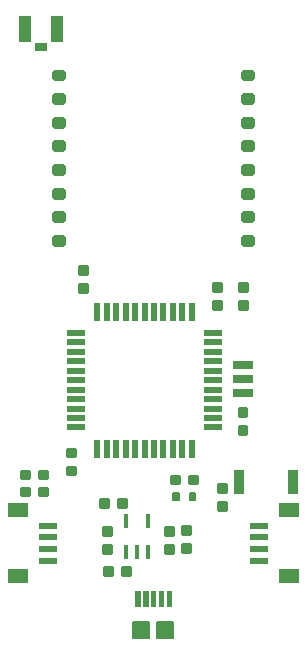
<source format=gbr>
G04 EAGLE Gerber RS-274X export*
G75*
%MOMM*%
%FSLAX34Y34*%
%LPD*%
%AMOC8*
5,1,8,0,0,1.08239X$1,22.5*%
G01*
%ADD10C,0.222250*%
%ADD11C,0.158750*%
%ADD12R,0.500000X1.500000*%
%ADD13R,1.500000X0.500000*%
%ADD14C,0.040638*%
%ADD15C,0.152400*%
%ADD16R,1.700000X0.700000*%
%ADD17C,0.500000*%
%ADD18R,0.400000X1.200000*%
%ADD19R,1.050000X2.200000*%
%ADD20R,1.000000X0.800000*%
%ADD21R,1.550000X0.600000*%
%ADD22R,1.800000X1.200000*%
%ADD23R,0.870000X2.000000*%


D10*
X94294Y61356D02*
X87626Y61356D01*
X87626Y68024D01*
X94294Y68024D01*
X94294Y61356D01*
X94294Y63468D02*
X87626Y63468D01*
X87626Y65580D02*
X94294Y65580D01*
X94294Y67692D02*
X87626Y67692D01*
X102866Y61356D02*
X109534Y61356D01*
X102866Y61356D02*
X102866Y68024D01*
X109534Y68024D01*
X109534Y61356D01*
X109534Y63468D02*
X102866Y63468D01*
X102866Y65580D02*
X109534Y65580D01*
X109534Y67692D02*
X102866Y67692D01*
X91062Y118608D02*
X84394Y118608D01*
X84394Y125276D01*
X91062Y125276D01*
X91062Y118608D01*
X91062Y120720D02*
X84394Y120720D01*
X84394Y122832D02*
X91062Y122832D01*
X91062Y124944D02*
X84394Y124944D01*
X99634Y118608D02*
X106302Y118608D01*
X99634Y118608D02*
X99634Y125276D01*
X106302Y125276D01*
X106302Y118608D01*
X106302Y120720D02*
X99634Y120720D01*
X99634Y122832D02*
X106302Y122832D01*
X106302Y124944D02*
X99634Y124944D01*
X62854Y146226D02*
X62854Y152894D01*
X62854Y146226D02*
X56186Y146226D01*
X56186Y152894D01*
X62854Y152894D01*
X62854Y148338D02*
X56186Y148338D01*
X56186Y150450D02*
X62854Y150450D01*
X62854Y152562D02*
X56186Y152562D01*
X62854Y161466D02*
X62854Y168134D01*
X62854Y161466D02*
X56186Y161466D01*
X56186Y168134D01*
X62854Y168134D01*
X62854Y163578D02*
X56186Y163578D01*
X56186Y165690D02*
X62854Y165690D01*
X62854Y167802D02*
X56186Y167802D01*
X66320Y316194D02*
X66320Y322862D01*
X72988Y322862D01*
X72988Y316194D01*
X66320Y316194D01*
X66320Y318306D02*
X72988Y318306D01*
X72988Y320418D02*
X66320Y320418D01*
X66320Y322530D02*
X72988Y322530D01*
X66320Y307622D02*
X66320Y300954D01*
X66320Y307622D02*
X72988Y307622D01*
X72988Y300954D01*
X66320Y300954D01*
X66320Y303066D02*
X72988Y303066D01*
X72988Y305178D02*
X66320Y305178D01*
X66320Y307290D02*
X72988Y307290D01*
D11*
X160052Y130714D02*
X164814Y130714D01*
X164814Y124302D01*
X160052Y124302D01*
X160052Y130714D01*
X160052Y125811D02*
X164814Y125811D01*
X164814Y127320D02*
X160052Y127320D01*
X160052Y128829D02*
X164814Y128829D01*
X164814Y130338D02*
X160052Y130338D01*
X150844Y130714D02*
X146082Y130714D01*
X150844Y130714D02*
X150844Y124302D01*
X146082Y124302D01*
X146082Y130714D01*
X146082Y125811D02*
X150844Y125811D01*
X150844Y127320D02*
X146082Y127320D01*
X146082Y128829D02*
X150844Y128829D01*
X150844Y130338D02*
X146082Y130338D01*
D12*
X81920Y168060D03*
X89920Y168060D03*
X97920Y168060D03*
X105920Y168060D03*
X113920Y168060D03*
X121920Y168060D03*
X129920Y168060D03*
X137920Y168060D03*
X145920Y168060D03*
X153920Y168060D03*
X161920Y168060D03*
D13*
X179920Y186060D03*
X179920Y194060D03*
X179920Y202060D03*
X179920Y210060D03*
X179920Y218060D03*
X179920Y226060D03*
X179920Y234060D03*
X179920Y242060D03*
X179920Y250060D03*
X179920Y258060D03*
X179920Y266060D03*
D12*
X161920Y284060D03*
X153920Y284060D03*
X145920Y284060D03*
X137920Y284060D03*
X129920Y284060D03*
X121920Y284060D03*
X113920Y284060D03*
X105920Y284060D03*
X97920Y284060D03*
X89920Y284060D03*
X81920Y284060D03*
D13*
X63920Y266060D03*
X63920Y258060D03*
X63920Y250060D03*
X63920Y242060D03*
X63920Y234060D03*
X63920Y226060D03*
X63920Y218060D03*
X63920Y210060D03*
X63920Y202060D03*
X63920Y194060D03*
X63920Y186060D03*
D14*
X114263Y34620D02*
X117921Y34620D01*
X114263Y34620D02*
X114263Y47676D01*
X117921Y47676D01*
X117921Y34620D01*
X117921Y35006D02*
X114263Y35006D01*
X114263Y35392D02*
X117921Y35392D01*
X117921Y35778D02*
X114263Y35778D01*
X114263Y36164D02*
X117921Y36164D01*
X117921Y36550D02*
X114263Y36550D01*
X114263Y36936D02*
X117921Y36936D01*
X117921Y37322D02*
X114263Y37322D01*
X114263Y37708D02*
X117921Y37708D01*
X117921Y38094D02*
X114263Y38094D01*
X114263Y38480D02*
X117921Y38480D01*
X117921Y38866D02*
X114263Y38866D01*
X114263Y39252D02*
X117921Y39252D01*
X117921Y39638D02*
X114263Y39638D01*
X114263Y40024D02*
X117921Y40024D01*
X117921Y40410D02*
X114263Y40410D01*
X114263Y40796D02*
X117921Y40796D01*
X117921Y41182D02*
X114263Y41182D01*
X114263Y41568D02*
X117921Y41568D01*
X117921Y41954D02*
X114263Y41954D01*
X114263Y42340D02*
X117921Y42340D01*
X117921Y42726D02*
X114263Y42726D01*
X114263Y43112D02*
X117921Y43112D01*
X117921Y43498D02*
X114263Y43498D01*
X114263Y43884D02*
X117921Y43884D01*
X117921Y44270D02*
X114263Y44270D01*
X114263Y44656D02*
X117921Y44656D01*
X117921Y45042D02*
X114263Y45042D01*
X114263Y45428D02*
X117921Y45428D01*
X117921Y45814D02*
X114263Y45814D01*
X114263Y46200D02*
X117921Y46200D01*
X117921Y46586D02*
X114263Y46586D01*
X114263Y46972D02*
X117921Y46972D01*
X117921Y47358D02*
X114263Y47358D01*
X120867Y34620D02*
X124525Y34620D01*
X120867Y34620D02*
X120867Y47676D01*
X124525Y47676D01*
X124525Y34620D01*
X124525Y35006D02*
X120867Y35006D01*
X120867Y35392D02*
X124525Y35392D01*
X124525Y35778D02*
X120867Y35778D01*
X120867Y36164D02*
X124525Y36164D01*
X124525Y36550D02*
X120867Y36550D01*
X120867Y36936D02*
X124525Y36936D01*
X124525Y37322D02*
X120867Y37322D01*
X120867Y37708D02*
X124525Y37708D01*
X124525Y38094D02*
X120867Y38094D01*
X120867Y38480D02*
X124525Y38480D01*
X124525Y38866D02*
X120867Y38866D01*
X120867Y39252D02*
X124525Y39252D01*
X124525Y39638D02*
X120867Y39638D01*
X120867Y40024D02*
X124525Y40024D01*
X124525Y40410D02*
X120867Y40410D01*
X120867Y40796D02*
X124525Y40796D01*
X124525Y41182D02*
X120867Y41182D01*
X120867Y41568D02*
X124525Y41568D01*
X124525Y41954D02*
X120867Y41954D01*
X120867Y42340D02*
X124525Y42340D01*
X124525Y42726D02*
X120867Y42726D01*
X120867Y43112D02*
X124525Y43112D01*
X124525Y43498D02*
X120867Y43498D01*
X120867Y43884D02*
X124525Y43884D01*
X124525Y44270D02*
X120867Y44270D01*
X120867Y44656D02*
X124525Y44656D01*
X124525Y45042D02*
X120867Y45042D01*
X120867Y45428D02*
X124525Y45428D01*
X124525Y45814D02*
X120867Y45814D01*
X120867Y46200D02*
X124525Y46200D01*
X124525Y46586D02*
X120867Y46586D01*
X120867Y46972D02*
X124525Y46972D01*
X124525Y47358D02*
X120867Y47358D01*
X127471Y34620D02*
X131129Y34620D01*
X127471Y34620D02*
X127471Y47676D01*
X131129Y47676D01*
X131129Y34620D01*
X131129Y35006D02*
X127471Y35006D01*
X127471Y35392D02*
X131129Y35392D01*
X131129Y35778D02*
X127471Y35778D01*
X127471Y36164D02*
X131129Y36164D01*
X131129Y36550D02*
X127471Y36550D01*
X127471Y36936D02*
X131129Y36936D01*
X131129Y37322D02*
X127471Y37322D01*
X127471Y37708D02*
X131129Y37708D01*
X131129Y38094D02*
X127471Y38094D01*
X127471Y38480D02*
X131129Y38480D01*
X131129Y38866D02*
X127471Y38866D01*
X127471Y39252D02*
X131129Y39252D01*
X131129Y39638D02*
X127471Y39638D01*
X127471Y40024D02*
X131129Y40024D01*
X131129Y40410D02*
X127471Y40410D01*
X127471Y40796D02*
X131129Y40796D01*
X131129Y41182D02*
X127471Y41182D01*
X127471Y41568D02*
X131129Y41568D01*
X131129Y41954D02*
X127471Y41954D01*
X127471Y42340D02*
X131129Y42340D01*
X131129Y42726D02*
X127471Y42726D01*
X127471Y43112D02*
X131129Y43112D01*
X131129Y43498D02*
X127471Y43498D01*
X127471Y43884D02*
X131129Y43884D01*
X131129Y44270D02*
X127471Y44270D01*
X127471Y44656D02*
X131129Y44656D01*
X131129Y45042D02*
X127471Y45042D01*
X127471Y45428D02*
X131129Y45428D01*
X131129Y45814D02*
X127471Y45814D01*
X127471Y46200D02*
X131129Y46200D01*
X131129Y46586D02*
X127471Y46586D01*
X127471Y46972D02*
X131129Y46972D01*
X131129Y47358D02*
X127471Y47358D01*
X134075Y34620D02*
X137733Y34620D01*
X134075Y34620D02*
X134075Y47676D01*
X137733Y47676D01*
X137733Y34620D01*
X137733Y35006D02*
X134075Y35006D01*
X134075Y35392D02*
X137733Y35392D01*
X137733Y35778D02*
X134075Y35778D01*
X134075Y36164D02*
X137733Y36164D01*
X137733Y36550D02*
X134075Y36550D01*
X134075Y36936D02*
X137733Y36936D01*
X137733Y37322D02*
X134075Y37322D01*
X134075Y37708D02*
X137733Y37708D01*
X137733Y38094D02*
X134075Y38094D01*
X134075Y38480D02*
X137733Y38480D01*
X137733Y38866D02*
X134075Y38866D01*
X134075Y39252D02*
X137733Y39252D01*
X137733Y39638D02*
X134075Y39638D01*
X134075Y40024D02*
X137733Y40024D01*
X137733Y40410D02*
X134075Y40410D01*
X134075Y40796D02*
X137733Y40796D01*
X137733Y41182D02*
X134075Y41182D01*
X134075Y41568D02*
X137733Y41568D01*
X137733Y41954D02*
X134075Y41954D01*
X134075Y42340D02*
X137733Y42340D01*
X137733Y42726D02*
X134075Y42726D01*
X134075Y43112D02*
X137733Y43112D01*
X137733Y43498D02*
X134075Y43498D01*
X134075Y43884D02*
X137733Y43884D01*
X137733Y44270D02*
X134075Y44270D01*
X134075Y44656D02*
X137733Y44656D01*
X137733Y45042D02*
X134075Y45042D01*
X134075Y45428D02*
X137733Y45428D01*
X137733Y45814D02*
X134075Y45814D01*
X134075Y46200D02*
X137733Y46200D01*
X137733Y46586D02*
X134075Y46586D01*
X134075Y46972D02*
X137733Y46972D01*
X137733Y47358D02*
X134075Y47358D01*
X140679Y34620D02*
X144337Y34620D01*
X140679Y34620D02*
X140679Y47676D01*
X144337Y47676D01*
X144337Y34620D01*
X144337Y35006D02*
X140679Y35006D01*
X140679Y35392D02*
X144337Y35392D01*
X144337Y35778D02*
X140679Y35778D01*
X140679Y36164D02*
X144337Y36164D01*
X144337Y36550D02*
X140679Y36550D01*
X140679Y36936D02*
X144337Y36936D01*
X144337Y37322D02*
X140679Y37322D01*
X140679Y37708D02*
X144337Y37708D01*
X144337Y38094D02*
X140679Y38094D01*
X140679Y38480D02*
X144337Y38480D01*
X144337Y38866D02*
X140679Y38866D01*
X140679Y39252D02*
X144337Y39252D01*
X144337Y39638D02*
X140679Y39638D01*
X140679Y40024D02*
X144337Y40024D01*
X144337Y40410D02*
X140679Y40410D01*
X140679Y40796D02*
X144337Y40796D01*
X144337Y41182D02*
X140679Y41182D01*
X140679Y41568D02*
X144337Y41568D01*
X144337Y41954D02*
X140679Y41954D01*
X140679Y42340D02*
X144337Y42340D01*
X144337Y42726D02*
X140679Y42726D01*
X140679Y43112D02*
X144337Y43112D01*
X144337Y43498D02*
X140679Y43498D01*
X140679Y43884D02*
X144337Y43884D01*
X144337Y44270D02*
X140679Y44270D01*
X140679Y44656D02*
X144337Y44656D01*
X144337Y45042D02*
X140679Y45042D01*
X140679Y45428D02*
X144337Y45428D01*
X144337Y45814D02*
X140679Y45814D01*
X140679Y46200D02*
X144337Y46200D01*
X144337Y46586D02*
X140679Y46586D01*
X140679Y46972D02*
X144337Y46972D01*
X144337Y47358D02*
X140679Y47358D01*
D15*
X125998Y7366D02*
X112282Y7366D01*
X112282Y21082D01*
X125998Y21082D01*
X125998Y7366D01*
X125998Y8814D02*
X112282Y8814D01*
X112282Y10262D02*
X125998Y10262D01*
X125998Y11710D02*
X112282Y11710D01*
X112282Y13158D02*
X125998Y13158D01*
X125998Y14606D02*
X112282Y14606D01*
X112282Y16054D02*
X125998Y16054D01*
X125998Y17502D02*
X112282Y17502D01*
X112282Y18950D02*
X125998Y18950D01*
X125998Y20398D02*
X112282Y20398D01*
X132602Y7366D02*
X146318Y7366D01*
X132602Y7366D02*
X132602Y21082D01*
X146318Y21082D01*
X146318Y7366D01*
X146318Y8814D02*
X132602Y8814D01*
X132602Y10262D02*
X146318Y10262D01*
X146318Y11710D02*
X132602Y11710D01*
X132602Y13158D02*
X146318Y13158D01*
X146318Y14606D02*
X132602Y14606D01*
X132602Y16054D02*
X146318Y16054D01*
X146318Y17502D02*
X132602Y17502D01*
X132602Y18950D02*
X146318Y18950D01*
X146318Y20398D02*
X132602Y20398D01*
D16*
X204978Y238822D03*
X204978Y226822D03*
X204978Y214822D03*
D10*
X145774Y86844D02*
X145774Y80176D01*
X139106Y80176D01*
X139106Y86844D01*
X145774Y86844D01*
X145774Y82288D02*
X139106Y82288D01*
X139106Y84400D02*
X145774Y84400D01*
X145774Y86512D02*
X139106Y86512D01*
X145774Y95416D02*
X145774Y102084D01*
X145774Y95416D02*
X139106Y95416D01*
X139106Y102084D01*
X145774Y102084D01*
X145774Y97528D02*
X139106Y97528D01*
X139106Y99640D02*
X145774Y99640D01*
X145774Y101752D02*
X139106Y101752D01*
X160694Y86954D02*
X160694Y80286D01*
X154026Y80286D01*
X154026Y86954D01*
X160694Y86954D01*
X160694Y82398D02*
X154026Y82398D01*
X154026Y84510D02*
X160694Y84510D01*
X160694Y86622D02*
X154026Y86622D01*
X160694Y95526D02*
X160694Y102194D01*
X160694Y95526D02*
X154026Y95526D01*
X154026Y102194D01*
X160694Y102194D01*
X160694Y97638D02*
X154026Y97638D01*
X154026Y99750D02*
X160694Y99750D01*
X160694Y101862D02*
X154026Y101862D01*
X86746Y101474D02*
X86746Y94806D01*
X86746Y101474D02*
X93414Y101474D01*
X93414Y94806D01*
X86746Y94806D01*
X86746Y96918D02*
X93414Y96918D01*
X93414Y99030D02*
X86746Y99030D01*
X86746Y101142D02*
X93414Y101142D01*
X86746Y86234D02*
X86746Y79566D01*
X86746Y86234D02*
X93414Y86234D01*
X93414Y79566D01*
X86746Y79566D01*
X86746Y81678D02*
X93414Y81678D01*
X93414Y83790D02*
X86746Y83790D01*
X86746Y85902D02*
X93414Y85902D01*
X208290Y286544D02*
X208290Y293212D01*
X208290Y286544D02*
X201622Y286544D01*
X201622Y293212D01*
X208290Y293212D01*
X208290Y288656D02*
X201622Y288656D01*
X201622Y290768D02*
X208290Y290768D01*
X208290Y292880D02*
X201622Y292880D01*
X208290Y301784D02*
X208290Y308452D01*
X208290Y301784D02*
X201622Y301784D01*
X201622Y308452D01*
X208290Y308452D01*
X208290Y303896D02*
X201622Y303896D01*
X201622Y306008D02*
X208290Y306008D01*
X208290Y308120D02*
X201622Y308120D01*
X184086Y138184D02*
X184086Y131516D01*
X184086Y138184D02*
X190754Y138184D01*
X190754Y131516D01*
X184086Y131516D01*
X184086Y133628D02*
X190754Y133628D01*
X190754Y135740D02*
X184086Y135740D01*
X184086Y137852D02*
X190754Y137852D01*
X184086Y122944D02*
X184086Y116276D01*
X184086Y122944D02*
X190754Y122944D01*
X190754Y116276D01*
X184086Y116276D01*
X184086Y118388D02*
X190754Y118388D01*
X190754Y120500D02*
X184086Y120500D01*
X184086Y122612D02*
X190754Y122612D01*
X166402Y145320D02*
X159734Y145320D01*
X166402Y145320D02*
X166402Y138652D01*
X159734Y138652D01*
X159734Y145320D01*
X159734Y140764D02*
X166402Y140764D01*
X166402Y142876D02*
X159734Y142876D01*
X159734Y144988D02*
X166402Y144988D01*
X151162Y145320D02*
X144494Y145320D01*
X151162Y145320D02*
X151162Y138652D01*
X144494Y138652D01*
X144494Y145320D01*
X144494Y140764D02*
X151162Y140764D01*
X151162Y142876D02*
X144494Y142876D01*
X144494Y144988D02*
X151162Y144988D01*
D17*
X52800Y481520D02*
X45800Y481520D01*
X45800Y486520D01*
X52800Y486520D01*
X52800Y481520D01*
X52800Y486270D02*
X45800Y486270D01*
X45800Y461520D02*
X52800Y461520D01*
X45800Y461520D02*
X45800Y466520D01*
X52800Y466520D01*
X52800Y461520D01*
X52800Y466270D02*
X45800Y466270D01*
X45800Y441520D02*
X52800Y441520D01*
X45800Y441520D02*
X45800Y446520D01*
X52800Y446520D01*
X52800Y441520D01*
X52800Y446270D02*
X45800Y446270D01*
X45800Y421520D02*
X52800Y421520D01*
X45800Y421520D02*
X45800Y426520D01*
X52800Y426520D01*
X52800Y421520D01*
X52800Y426270D02*
X45800Y426270D01*
X45800Y401520D02*
X52800Y401520D01*
X45800Y401520D02*
X45800Y406520D01*
X52800Y406520D01*
X52800Y401520D01*
X52800Y406270D02*
X45800Y406270D01*
X45800Y381520D02*
X52800Y381520D01*
X45800Y381520D02*
X45800Y386520D01*
X52800Y386520D01*
X52800Y381520D01*
X52800Y386270D02*
X45800Y386270D01*
X45800Y361520D02*
X52800Y361520D01*
X45800Y361520D02*
X45800Y366520D01*
X52800Y366520D01*
X52800Y361520D01*
X52800Y366270D02*
X45800Y366270D01*
X45800Y341520D02*
X52800Y341520D01*
X45800Y341520D02*
X45800Y346520D01*
X52800Y346520D01*
X52800Y341520D01*
X52800Y346270D02*
X45800Y346270D01*
X205800Y346520D02*
X212800Y346520D01*
X212800Y341520D01*
X205800Y341520D01*
X205800Y346520D01*
X205800Y346270D02*
X212800Y346270D01*
X212800Y366520D02*
X205800Y366520D01*
X212800Y366520D02*
X212800Y361520D01*
X205800Y361520D01*
X205800Y366520D01*
X205800Y366270D02*
X212800Y366270D01*
X212800Y386520D02*
X205800Y386520D01*
X212800Y386520D02*
X212800Y381520D01*
X205800Y381520D01*
X205800Y386520D01*
X205800Y386270D02*
X212800Y386270D01*
X212800Y406520D02*
X205800Y406520D01*
X212800Y406520D02*
X212800Y401520D01*
X205800Y401520D01*
X205800Y406520D01*
X205800Y406270D02*
X212800Y406270D01*
X212800Y426520D02*
X205800Y426520D01*
X212800Y426520D02*
X212800Y421520D01*
X205800Y421520D01*
X205800Y426520D01*
X205800Y426270D02*
X212800Y426270D01*
X212800Y446520D02*
X205800Y446520D01*
X212800Y446520D02*
X212800Y441520D01*
X205800Y441520D01*
X205800Y446520D01*
X205800Y446270D02*
X212800Y446270D01*
X212800Y466520D02*
X205800Y466520D01*
X212800Y466520D02*
X212800Y461520D01*
X205800Y461520D01*
X205800Y466520D01*
X205800Y466270D02*
X212800Y466270D01*
X212800Y486520D02*
X205800Y486520D01*
X212800Y486520D02*
X212800Y481520D01*
X205800Y481520D01*
X205800Y486520D01*
X205800Y486270D02*
X212800Y486270D01*
D18*
X106170Y80749D03*
X115670Y80749D03*
X125170Y80749D03*
X125170Y106751D03*
X106170Y106751D03*
D19*
X47980Y523710D03*
X20480Y523710D03*
D20*
X34230Y508460D03*
D10*
X32676Y135174D02*
X39344Y135174D01*
X39344Y128506D01*
X32676Y128506D01*
X32676Y135174D01*
X32676Y130618D02*
X39344Y130618D01*
X39344Y132730D02*
X32676Y132730D01*
X32676Y134842D02*
X39344Y134842D01*
X24104Y135174D02*
X17436Y135174D01*
X24104Y135174D02*
X24104Y128506D01*
X17436Y128506D01*
X17436Y135174D01*
X17436Y130618D02*
X24104Y130618D01*
X24104Y132730D02*
X17436Y132730D01*
X17436Y134842D02*
X24104Y134842D01*
X32466Y149554D02*
X39134Y149554D01*
X39134Y142886D01*
X32466Y142886D01*
X32466Y149554D01*
X32466Y144998D02*
X39134Y144998D01*
X39134Y147110D02*
X32466Y147110D01*
X32466Y149222D02*
X39134Y149222D01*
X23894Y149554D02*
X17226Y149554D01*
X23894Y149554D02*
X23894Y142886D01*
X17226Y142886D01*
X17226Y149554D01*
X17226Y144998D02*
X23894Y144998D01*
X23894Y147110D02*
X17226Y147110D01*
X17226Y149222D02*
X23894Y149222D01*
D21*
X218600Y73000D03*
X218600Y83000D03*
X218600Y93000D03*
X218600Y103000D03*
D22*
X243850Y116000D03*
X243850Y60000D03*
D21*
X40000Y103000D03*
X40000Y93000D03*
X40000Y83000D03*
X40000Y73000D03*
D22*
X14750Y60000D03*
X14750Y116000D03*
D23*
X201620Y140140D03*
X247620Y140140D03*
D10*
X208242Y180806D02*
X208242Y187474D01*
X208242Y180806D02*
X201574Y180806D01*
X201574Y187474D01*
X208242Y187474D01*
X208242Y182918D02*
X201574Y182918D01*
X201574Y185030D02*
X208242Y185030D01*
X208242Y187142D02*
X201574Y187142D01*
X208242Y196046D02*
X208242Y202714D01*
X208242Y196046D02*
X201574Y196046D01*
X201574Y202714D01*
X208242Y202714D01*
X208242Y198158D02*
X201574Y198158D01*
X201574Y200270D02*
X208242Y200270D01*
X208242Y202382D02*
X201574Y202382D01*
X186538Y286720D02*
X186538Y293388D01*
X186538Y286720D02*
X179870Y286720D01*
X179870Y293388D01*
X186538Y293388D01*
X186538Y288832D02*
X179870Y288832D01*
X179870Y290944D02*
X186538Y290944D01*
X186538Y293056D02*
X179870Y293056D01*
X186538Y301960D02*
X186538Y308628D01*
X186538Y301960D02*
X179870Y301960D01*
X179870Y308628D01*
X186538Y308628D01*
X186538Y304072D02*
X179870Y304072D01*
X179870Y306184D02*
X186538Y306184D01*
X186538Y308296D02*
X179870Y308296D01*
M02*

</source>
